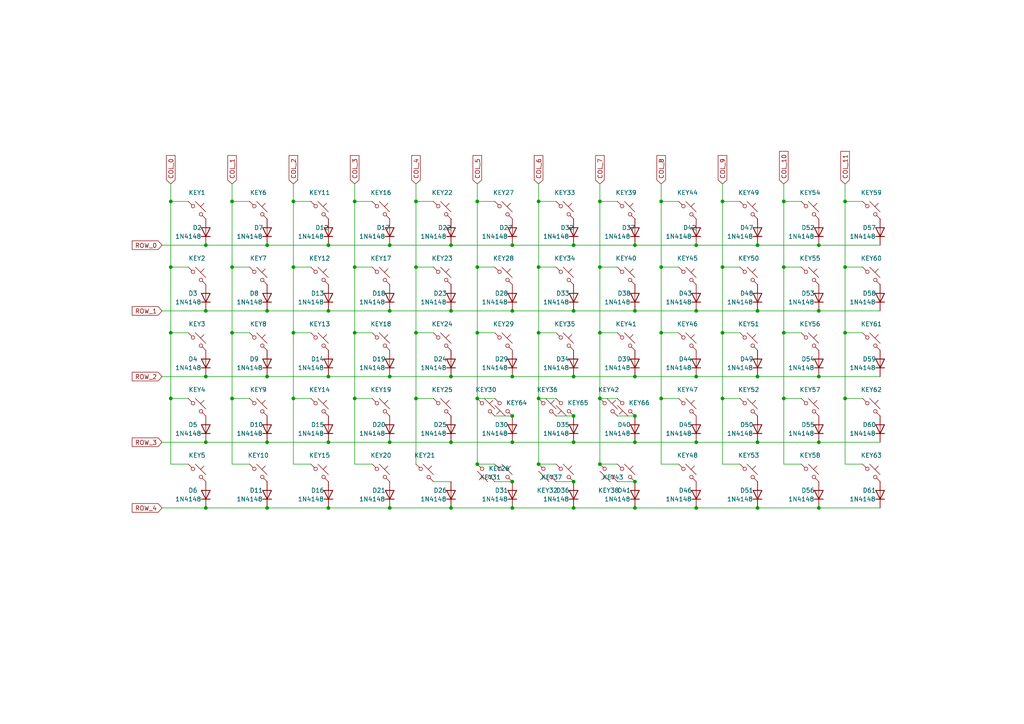
<source format=kicad_sch>
(kicad_sch (version 20250114) (generator "eeschema") (generator_version "9.0")
  (paper "A4")
  (junction (at 166.37 71.12))
  (junction (at 173.99 96.52))
  (junction (at 156.21 58.42))
  (junction (at 138.43 58.42))
  (junction (at 95.25 147.32))
  (junction (at 227.33 115.57))
  (junction (at 85.09 115.57))
  (junction (at 49.53 96.52))
  (junction (at 219.71 71.12))
  (junction (at 59.69 90.17))
  (junction (at 102.87 58.42))
  (junction (at 173.99 58.42))
  (junction (at 95.25 90.17))
  (junction (at 138.43 96.52))
  (junction (at 148.59 139.7))
  (junction (at 59.69 128.27))
  (junction (at 102.87 115.57))
  (junction (at 166.37 109.22))
  (junction (at 191.77 58.42))
  (junction (at 156.21 134.62))
  (junction (at 59.69 147.32))
  (junction (at 209.55 96.52))
  (junction (at 227.33 96.52))
  (junction (at 113.03 109.22))
  (junction (at 209.55 115.57))
  (junction (at 201.93 147.32))
  (junction (at 237.49 90.17))
  (junction (at 166.37 139.7))
  (junction (at 49.53 115.57))
  (junction (at 227.33 58.42))
  (junction (at 148.59 71.12))
  (junction (at 120.65 77.47))
  (junction (at 237.49 71.12))
  (junction (at 113.03 71.12))
  (junction (at 49.53 77.47))
  (junction (at 219.71 90.17))
  (junction (at 245.11 115.57))
  (junction (at 201.93 109.22))
  (junction (at 148.59 90.17))
  (junction (at 173.99 115.57))
  (junction (at 184.15 120.65))
  (junction (at 237.49 109.22))
  (junction (at 237.49 128.27))
  (junction (at 67.31 115.57))
  (junction (at 184.15 147.32))
  (junction (at 113.03 147.32))
  (junction (at 201.93 90.17))
  (junction (at 227.33 77.47))
  (junction (at 184.15 109.22))
  (junction (at 77.47 147.32))
  (junction (at 113.03 90.17))
  (junction (at 148.59 109.22))
  (junction (at 67.31 58.42))
  (junction (at 184.15 128.27))
  (junction (at 120.65 58.42))
  (junction (at 166.37 147.32))
  (junction (at 201.93 71.12))
  (junction (at 245.11 58.42))
  (junction (at 209.55 77.47))
  (junction (at 219.71 109.22))
  (junction (at 245.11 77.47))
  (junction (at 130.81 90.17))
  (junction (at 138.43 77.47))
  (junction (at 191.77 115.57))
  (junction (at 59.69 71.12))
  (junction (at 219.71 147.32))
  (junction (at 130.81 109.22))
  (junction (at 102.87 77.47))
  (junction (at 219.71 128.27))
  (junction (at 191.77 77.47))
  (junction (at 245.11 96.52))
  (junction (at 148.59 120.65))
  (junction (at 201.93 128.27))
  (junction (at 95.25 109.22))
  (junction (at 77.47 109.22))
  (junction (at 120.65 115.57))
  (junction (at 59.69 109.22))
  (junction (at 166.37 120.65))
  (junction (at 102.87 96.52))
  (junction (at 184.15 139.7))
  (junction (at 49.53 58.42))
  (junction (at 173.99 77.47))
  (junction (at 209.55 58.42))
  (junction (at 95.25 71.12))
  (junction (at 184.15 90.17))
  (junction (at 173.99 134.62))
  (junction (at 156.21 115.57))
  (junction (at 156.21 96.52))
  (junction (at 156.21 77.47))
  (junction (at 130.81 128.27))
  (junction (at 85.09 77.47))
  (junction (at 77.47 128.27))
  (junction (at 130.81 71.12))
  (junction (at 95.25 128.27))
  (junction (at 130.81 147.32))
  (junction (at 77.47 90.17))
  (junction (at 77.47 71.12))
  (junction (at 67.31 96.52))
  (junction (at 184.15 71.12))
  (junction (at 166.37 90.17))
  (junction (at 138.43 115.57))
  (junction (at 85.09 58.42))
  (junction (at 148.59 147.32))
  (junction (at 148.59 128.27))
  (junction (at 113.03 128.27))
  (junction (at 166.37 128.27))
  (junction (at 138.43 134.62))
  (junction (at 85.09 96.52))
  (junction (at 120.65 96.52))
  (junction (at 237.49 147.32))
  (junction (at 67.31 77.47))
  (junction (at 191.77 96.52))
  (wire (pts (xy 130.81 147.32) (xy 148.59 147.32)))
  (wire (pts (xy 179.07 120.65) (xy 184.15 120.65)))
  (wire (pts (xy 102.87 134.62) (xy 107.95 134.62)))
  (wire (pts (xy 191.77 115.57) (xy 191.77 134.62)))
  (wire (pts (xy 245.11 134.62) (xy 250.19 134.62)))
  (wire (pts (xy 49.53 134.62) (xy 54.61 134.62)))
  (wire (pts (xy 113.03 128.27) (xy 130.81 128.27)))
  (wire (pts (xy 245.11 115.57) (xy 250.19 115.57)))
  (wire (pts (xy 95.25 128.27) (xy 113.03 128.27)))
  (wire (pts (xy 209.55 53.34) (xy 209.55 58.42)))
  (wire (pts (xy 166.37 109.22) (xy 184.15 109.22)))
  (wire (pts (xy 227.33 58.42) (xy 227.33 77.47)))
  (wire (pts (xy 138.43 96.52) (xy 138.43 115.57)))
  (wire (pts (xy 245.11 77.47) (xy 250.19 77.47)))
  (wire (pts (xy 49.53 77.47) (xy 49.53 96.52)))
  (wire (pts (xy 156.21 134.62) (xy 161.29 134.62)))
  (wire (pts (xy 49.53 96.52) (xy 49.53 115.57)))
  (wire (pts (xy 59.69 71.12) (xy 77.47 71.12)))
  (wire (pts (xy 245.11 96.52) (xy 245.11 115.57)))
  (wire (pts (xy 209.55 77.47) (xy 209.55 96.52)))
  (wire (pts (xy 130.81 109.22) (xy 148.59 109.22)))
  (wire (pts (xy 209.55 115.57) (xy 209.55 134.62)))
  (wire (pts (xy 184.15 71.12) (xy 201.93 71.12)))
  (wire (pts (xy 102.87 96.52) (xy 107.95 96.52)))
  (wire (pts (xy 191.77 77.47) (xy 196.85 77.47)))
  (wire (pts (xy 201.93 109.22) (xy 219.71 109.22)))
  (wire (pts (xy 173.99 115.57) (xy 179.07 115.57)))
  (wire (pts (xy 113.03 90.17) (xy 130.81 90.17)))
  (wire (pts (xy 120.65 58.42) (xy 125.73 58.42)))
  (wire (pts (xy 120.65 115.57) (xy 125.73 115.57)))
  (wire (pts (xy 156.21 115.57) (xy 156.21 134.62)))
  (wire (pts (xy 113.03 109.22) (xy 130.81 109.22)))
  (wire (pts (xy 138.43 96.52) (xy 143.51 96.52)))
  (wire (pts (xy 138.43 77.47) (xy 138.43 96.52)))
  (wire (pts (xy 49.53 96.52) (xy 54.61 96.52)))
  (wire (pts (xy 138.43 77.47) (xy 143.51 77.47)))
  (wire (pts (xy 156.21 77.47) (xy 156.21 96.52)))
  (wire (pts (xy 184.15 128.27) (xy 201.93 128.27)))
  (wire (pts (xy 49.53 58.42) (xy 54.61 58.42)))
  (wire (pts (xy 237.49 71.12) (xy 255.27 71.12)))
  (wire (pts (xy 156.21 53.34) (xy 156.21 58.42)))
  (wire (pts (xy 102.87 115.57) (xy 102.87 134.62)))
  (wire (pts (xy 120.65 58.42) (xy 120.65 77.47)))
  (wire (pts (xy 227.33 134.62) (xy 232.41 134.62)))
  (wire (pts (xy 143.51 139.7) (xy 148.59 139.7)))
  (wire (pts (xy 46.99 90.17) (xy 59.69 90.17)))
  (wire (pts (xy 77.47 71.12) (xy 95.25 71.12)))
  (wire (pts (xy 77.47 128.27) (xy 95.25 128.27)))
  (wire (pts (xy 102.87 77.47) (xy 102.87 96.52)))
  (wire (pts (xy 85.09 115.57) (xy 85.09 134.62)))
  (wire (pts (xy 102.87 58.42) (xy 107.95 58.42)))
  (wire (pts (xy 173.99 115.57) (xy 173.99 134.62)))
  (wire (pts (xy 245.11 115.57) (xy 245.11 134.62)))
  (wire (pts (xy 209.55 77.47) (xy 214.63 77.47)))
  (wire (pts (xy 95.25 90.17) (xy 113.03 90.17)))
  (wire (pts (xy 49.53 115.57) (xy 54.61 115.57)))
  (wire (pts (xy 209.55 115.57) (xy 214.63 115.57)))
  (wire (pts (xy 156.21 77.47) (xy 161.29 77.47)))
  (wire (pts (xy 67.31 134.62) (xy 72.39 134.62)))
  (wire (pts (xy 85.09 53.34) (xy 85.09 58.42)))
  (wire (pts (xy 67.31 96.52) (xy 67.31 115.57)))
  (wire (pts (xy 184.15 147.32) (xy 201.93 147.32)))
  (wire (pts (xy 184.15 109.22) (xy 201.93 109.22)))
  (wire (pts (xy 143.51 120.65) (xy 148.59 120.65)))
  (wire (pts (xy 49.53 53.34) (xy 49.53 58.42)))
  (wire (pts (xy 59.69 128.27) (xy 77.47 128.27)))
  (wire (pts (xy 138.43 115.57) (xy 143.51 115.57)))
  (wire (pts (xy 130.81 90.17) (xy 148.59 90.17)))
  (wire (pts (xy 85.09 58.42) (xy 90.17 58.42)))
  (wire (pts (xy 113.03 147.32) (xy 130.81 147.32)))
  (wire (pts (xy 173.99 77.47) (xy 179.07 77.47)))
  (wire (pts (xy 237.49 90.17) (xy 255.27 90.17)))
  (wire (pts (xy 219.71 147.32) (xy 237.49 147.32)))
  (wire (pts (xy 59.69 90.17) (xy 77.47 90.17)))
  (wire (pts (xy 138.43 58.42) (xy 138.43 77.47)))
  (wire (pts (xy 148.59 109.22) (xy 166.37 109.22)))
  (wire (pts (xy 67.31 58.42) (xy 72.39 58.42)))
  (wire (pts (xy 138.43 134.62) (xy 143.51 134.62)))
  (wire (pts (xy 209.55 96.52) (xy 209.55 115.57)))
  (wire (pts (xy 77.47 109.22) (xy 95.25 109.22)))
  (wire (pts (xy 67.31 58.42) (xy 67.31 77.47)))
  (wire (pts (xy 85.09 77.47) (xy 90.17 77.47)))
  (wire (pts (xy 209.55 58.42) (xy 214.63 58.42)))
  (wire (pts (xy 102.87 115.57) (xy 107.95 115.57)))
  (wire (pts (xy 120.65 77.47) (xy 120.65 96.52)))
  (wire (pts (xy 191.77 115.57) (xy 196.85 115.57)))
  (wire (pts (xy 49.53 58.42) (xy 49.53 77.47)))
  (wire (pts (xy 227.33 77.47) (xy 232.41 77.47)))
  (wire (pts (xy 191.77 58.42) (xy 191.77 77.47)))
  (wire (pts (xy 227.33 115.57) (xy 232.41 115.57)))
  (wire (pts (xy 191.77 58.42) (xy 196.85 58.42)))
  (wire (pts (xy 245.11 53.34) (xy 245.11 58.42)))
  (wire (pts (xy 46.99 109.22) (xy 59.69 109.22)))
  (wire (pts (xy 67.31 77.47) (xy 67.31 96.52)))
  (wire (pts (xy 130.81 71.12) (xy 148.59 71.12)))
  (wire (pts (xy 125.73 139.7) (xy 130.81 139.7)))
  (wire (pts (xy 120.65 53.34) (xy 120.65 58.42)))
  (wire (pts (xy 227.33 58.42) (xy 232.41 58.42)))
  (wire (pts (xy 245.11 58.42) (xy 250.19 58.42)))
  (wire (pts (xy 166.37 71.12) (xy 184.15 71.12)))
  (wire (pts (xy 227.33 53.34) (xy 227.33 58.42)))
  (wire (pts (xy 227.33 77.47) (xy 227.33 96.52)))
  (wire (pts (xy 161.29 139.7) (xy 166.37 139.7)))
  (wire (pts (xy 245.11 58.42) (xy 245.11 77.47)))
  (wire (pts (xy 173.99 96.52) (xy 173.99 115.57)))
  (wire (pts (xy 201.93 90.17) (xy 219.71 90.17)))
  (wire (pts (xy 138.43 115.57) (xy 138.43 134.62)))
  (wire (pts (xy 173.99 58.42) (xy 179.07 58.42)))
  (wire (pts (xy 227.33 96.52) (xy 232.41 96.52)))
  (wire (pts (xy 209.55 58.42) (xy 209.55 77.47)))
  (wire (pts (xy 85.09 96.52) (xy 90.17 96.52)))
  (wire (pts (xy 148.59 147.32) (xy 166.37 147.32)))
  (wire (pts (xy 219.71 109.22) (xy 237.49 109.22)))
  (wire (pts (xy 67.31 115.57) (xy 72.39 115.57)))
  (wire (pts (xy 173.99 53.34) (xy 173.99 58.42)))
  (wire (pts (xy 219.71 90.17) (xy 237.49 90.17)))
  (wire (pts (xy 102.87 53.34) (xy 102.87 58.42)))
  (wire (pts (xy 67.31 96.52) (xy 72.39 96.52)))
  (wire (pts (xy 120.65 77.47) (xy 125.73 77.47)))
  (wire (pts (xy 95.25 109.22) (xy 113.03 109.22)))
  (wire (pts (xy 191.77 77.47) (xy 191.77 96.52)))
  (wire (pts (xy 59.69 147.32) (xy 77.47 147.32)))
  (wire (pts (xy 67.31 115.57) (xy 67.31 134.62)))
  (wire (pts (xy 166.37 147.32) (xy 184.15 147.32)))
  (wire (pts (xy 201.93 147.32) (xy 219.71 147.32)))
  (wire (pts (xy 161.29 120.65) (xy 166.37 120.65)))
  (wire (pts (xy 49.53 77.47) (xy 54.61 77.47)))
  (wire (pts (xy 95.25 71.12) (xy 113.03 71.12)))
  (wire (pts (xy 148.59 71.12) (xy 166.37 71.12)))
  (wire (pts (xy 59.69 109.22) (xy 77.47 109.22)))
  (wire (pts (xy 156.21 58.42) (xy 161.29 58.42)))
  (wire (pts (xy 191.77 53.34) (xy 191.77 58.42)))
  (wire (pts (xy 67.31 53.34) (xy 67.31 58.42)))
  (wire (pts (xy 184.15 90.17) (xy 201.93 90.17)))
  (wire (pts (xy 173.99 58.42) (xy 173.99 77.47)))
  (wire (pts (xy 120.65 96.52) (xy 120.65 115.57)))
  (wire (pts (xy 201.93 128.27) (xy 219.71 128.27)))
  (wire (pts (xy 156.21 96.52) (xy 161.29 96.52)))
  (wire (pts (xy 245.11 77.47) (xy 245.11 96.52)))
  (wire (pts (xy 166.37 90.17) (xy 184.15 90.17)))
  (wire (pts (xy 77.47 90.17) (xy 95.25 90.17)))
  (wire (pts (xy 113.03 71.12) (xy 130.81 71.12)))
  (wire (pts (xy 120.65 115.57) (xy 120.65 134.62)))
  (wire (pts (xy 219.71 71.12) (xy 237.49 71.12)))
  (wire (pts (xy 85.09 58.42) (xy 85.09 77.47)))
  (wire (pts (xy 85.09 96.52) (xy 85.09 115.57)))
  (wire (pts (xy 191.77 96.52) (xy 191.77 115.57)))
  (wire (pts (xy 46.99 147.32) (xy 59.69 147.32)))
  (wire (pts (xy 85.09 115.57) (xy 90.17 115.57)))
  (wire (pts (xy 49.53 115.57) (xy 49.53 134.62)))
  (wire (pts (xy 237.49 147.32) (xy 255.27 147.32)))
  (wire (pts (xy 130.81 128.27) (xy 148.59 128.27)))
  (wire (pts (xy 148.59 90.17) (xy 166.37 90.17)))
  (wire (pts (xy 102.87 96.52) (xy 102.87 115.57)))
  (wire (pts (xy 191.77 96.52) (xy 196.85 96.52)))
  (wire (pts (xy 209.55 96.52) (xy 214.63 96.52)))
  (wire (pts (xy 77.47 147.32) (xy 95.25 147.32)))
  (wire (pts (xy 227.33 96.52) (xy 227.33 115.57)))
  (wire (pts (xy 191.77 134.62) (xy 196.85 134.62)))
  (wire (pts (xy 138.43 53.34) (xy 138.43 58.42)))
  (wire (pts (xy 85.09 134.62) (xy 90.17 134.62)))
  (wire (pts (xy 138.43 58.42) (xy 143.51 58.42)))
  (wire (pts (xy 209.55 134.62) (xy 214.63 134.62)))
  (wire (pts (xy 201.93 71.12) (xy 219.71 71.12)))
  (wire (pts (xy 156.21 58.42) (xy 156.21 77.47)))
  (wire (pts (xy 219.71 128.27) (xy 237.49 128.27)))
  (wire (pts (xy 166.37 128.27) (xy 184.15 128.27)))
  (wire (pts (xy 85.09 77.47) (xy 85.09 96.52)))
  (wire (pts (xy 179.07 139.7) (xy 184.15 139.7)))
  (wire (pts (xy 173.99 134.62) (xy 179.07 134.62)))
  (wire (pts (xy 237.49 128.27) (xy 255.27 128.27)))
  (wire (pts (xy 148.59 128.27) (xy 166.37 128.27)))
  (wire (pts (xy 102.87 58.42) (xy 102.87 77.47)))
  (wire (pts (xy 237.49 109.22) (xy 255.27 109.22)))
  (wire (pts (xy 95.25 147.32) (xy 113.03 147.32)))
  (wire (pts (xy 120.65 96.52) (xy 125.73 96.52)))
  (wire (pts (xy 46.99 71.12) (xy 59.69 71.12)))
  (wire (pts (xy 156.21 115.57) (xy 161.29 115.57)))
  (wire (pts (xy 156.21 96.52) (xy 156.21 115.57)))
  (wire (pts (xy 46.99 128.27) (xy 59.69 128.27)))
  (wire (pts (xy 173.99 96.52) (xy 179.07 96.52)))
  (wire (pts (xy 227.33 115.57) (xy 227.33 134.62)))
  (wire (pts (xy 67.31 77.47) (xy 72.39 77.47)))
  (wire (pts (xy 102.87 77.47) (xy 107.95 77.47)))
  (wire (pts (xy 173.99 77.47) (xy 173.99 96.52)))
  (wire (pts (xy 245.11 96.52) (xy 250.19 96.52)))
  (global_label "COL_8" (shape input) (at 191.77 53.34 90) (property "Intersheetrefs" "${INTERSHEET_REFS}" (effects (hide yes))))
  (global_label "COL_3" (shape input) (at 102.87 53.34 90) (property "Intersheetrefs" "${INTERSHEET_REFS}" (effects (hide yes))))
  (global_label "COL_9" (shape input) (at 209.55 53.34 90) (property "Intersheetrefs" "${INTERSHEET_REFS}" (effects (hide yes))))
  (global_label "COL_2" (shape input) (at 85.09 53.34 90) (property "Intersheetrefs" "${INTERSHEET_REFS}" (effects (hide yes))))
  (global_label "COL_5" (shape input) (at 138.43 53.34 90) (property "Intersheetrefs" "${INTERSHEET_REFS}" (effects (hide yes))))
  (global_label "ROW_4" (shape input) (at 46.99 147.32 180) (property "Intersheetrefs" "${INTERSHEET_REFS}" (effects (hide yes))))
  (global_label "COL_4" (shape input) (at 120.65 53.34 90) (property "Intersheetrefs" "${INTERSHEET_REFS}" (effects (hide yes))))
  (global_label "COL_10" (shape input) (at 227.33 53.34 90) (property "Intersheetrefs" "${INTERSHEET_REFS}" (effects (hide yes))))
  (global_label "COL_7" (shape input) (at 173.99 53.34 90) (property "Intersheetrefs" "${INTERSHEET_REFS}" (effects (hide yes))))
  (global_label "ROW_2" (shape input) (at 46.99 109.22 180) (property "Intersheetrefs" "${INTERSHEET_REFS}" (effects (hide yes))))
  (global_label "COL_0" (shape input) (at 49.53 53.34 90) (property "Intersheetrefs" "${INTERSHEET_REFS}" (effects (hide yes))))
  (global_label "ROW_0" (shape input) (at 46.99 71.12 180) (property "Intersheetrefs" "${INTERSHEET_REFS}" (effects (hide yes))))
  (global_label "COL_6" (shape input) (at 156.21 53.34 90) (property "Intersheetrefs" "${INTERSHEET_REFS}" (effects (hide yes))))
  (global_label "ROW_3" (shape input) (at 46.99 128.27 180) (property "Intersheetrefs" "${INTERSHEET_REFS}" (effects (hide yes))))
  (global_label "ROW_1" (shape input) (at 46.99 90.17 180) (property "Intersheetrefs" "${INTERSHEET_REFS}" (effects (hide yes))))
  (global_label "COL_11" (shape input) (at 245.11 53.34 90) (property "Intersheetrefs" "${INTERSHEET_REFS}" (effects (hide yes))))
  (global_label "COL_1" (shape input) (at 67.31 53.34 90) (property "Intersheetrefs" "${INTERSHEET_REFS}" (effects (hide yes))))
  (symbol (lib_id "Diode:1N4148") (at 77.47 105.41 90) (unit 1)
    (property "Reference" "D9" (at 72.39 104.14 90) (effects (justify right)))
    (property "Value" "1N4148" (at 68.58 106.68 90) (effects (justify right)))
    (property "Footprint" "Diode_SMD:D_SOD-123" (effects (hide yes)))
    (property "Datasheet" "https://assets.nexperia.com/documents/data-sheet/1N4148_1N4448.pdf" (effects (hide yes)))
    (property "LCSC" "C81598" (effects (hide yes)))
    (property "MFR. Part #" "1N4148W" (effects (hide yes)))
  )
  (symbol (lib_id "Diode:1N4148") (at 130.81 143.51 90) (unit 1)
    (property "Reference" "D26" (at 125.73 142.24 90) (effects (justify right)))
    (property "Value" "1N4148" (at 121.92 144.78 90) (effects (justify right)))
    (property "Footprint" "Diode_SMD:D_SOD-123" (effects (hide yes)))
    (property "Datasheet" "https://assets.nexperia.com/documents/data-sheet/1N4148_1N4448.pdf" (effects (hide yes)))
    (property "LCSC" "C81598" (effects (hide yes)))
    (property "MFR. Part #" "1N4148W" (effects (hide yes)))
  )
  (symbol (lib_id "Switch:SW_Push_45deg") (at 128.27 80.01 0) (unit 1)
    (property "Reference" "KEY23" (at 128.27 74.93 0))
    (property "Value" "SW_Push_45deg" (effects (hide yes)))
    (property "Footprint" "key-switches:SW_Kailh_Choc_V1_THT_nSilk" (effects (hide yes)))
  )
  (symbol (lib_id "Diode:1N4148") (at 77.47 67.31 90) (unit 1)
    (property "Reference" "D7" (at 73.66 66.04 90) (effects (justify right)))
    (property "Value" "1N4148" (at 68.58 68.58 90) (effects (justify right)))
    (property "Footprint" "Diode_SMD:D_SOD-123" (effects (hide yes)))
    (property "Datasheet" "https://assets.nexperia.com/documents/data-sheet/1N4148_1N4448.pdf" (effects (hide yes)))
    (property "LCSC" "C81598" (effects (hide yes)))
    (property "MFR. Part #" "1N4148W" (effects (hide yes)))
  )
  (symbol (lib_id "Diode:1N4148") (at 201.93 124.46 90) (unit 1)
    (property "Reference" "D45" (at 196.85 123.19 90) (effects (justify right)))
    (property "Value" "1N4148" (at 193.04 125.73 90) (effects (justify right)))
    (property "Footprint" "Diode_SMD:D_SOD-123" (effects (hide yes)))
    (property "Datasheet" "https://assets.nexperia.com/documents/data-sheet/1N4148_1N4448.pdf" (effects (hide yes)))
    (property "LCSC" "C81598" (effects (hide yes)))
    (property "MFR. Part #" "1N4148W" (effects (hide yes)))
  )
  (symbol (lib_id "Switch:SW_Push_45deg") (at 146.05 80.01 0) (unit 1)
    (property "Reference" "KEY28" (at 146.05 74.93 0))
    (property "Value" "SW_Push_45deg" (effects (hide yes)))
    (property "Footprint" "key-switches:SW_Kailh_Choc_V1_THT_nSilk" (effects (hide yes)))
  )
  (symbol (lib_id "Switch:SW_Push_45deg") (at 199.39 80.01 0) (unit 1)
    (property "Reference" "KEY45" (at 199.39 74.93 0))
    (property "Value" "SW_Push_45deg" (effects (hide yes)))
    (property "Footprint" "key-switches:SW_Kailh_Choc_V1_THT_nSilk" (effects (hide yes)))
  )
  (symbol (lib_id "Switch:SW_Push_45deg") (at 146.05 118.11 180) (unit 1)
    (property "Reference" "KEY64" (at 149.86 116.84 0))
    (property "Value" "SW_Push_45deg" (effects (hide yes)))
    (property "Footprint" "key-switches:SW_Kailh_Choc_V1_THT_nSilk" (effects (hide yes)))
  )
  (symbol (lib_id "Switch:SW_Push_45deg") (at 181.61 118.11 180) (unit 1)
    (property "Reference" "KEY66" (at 185.42 116.84 0))
    (property "Value" "SW_Push_45deg" (effects (hide yes)))
    (property "Footprint" "key-switches:SW_Kailh_Choc_V1_THT_nSilk" (effects (hide yes)))
  )
  (symbol (lib_id "Diode:1N4148") (at 237.49 143.51 90) (unit 1)
    (property "Reference" "D56" (at 232.41 142.24 90) (effects (justify right)))
    (property "Value" "1N4148" (at 228.6 144.78 90) (effects (justify right)))
    (property "Footprint" "Diode_SMD:D_SOD-123" (effects (hide yes)))
    (property "Datasheet" "https://assets.nexperia.com/documents/data-sheet/1N4148_1N4448.pdf" (effects (hide yes)))
    (property "LCSC" "C81598" (effects (hide yes)))
    (property "MFR. Part #" "1N4148W" (effects (hide yes)))
  )
  (symbol (lib_id "Switch:SW_Push_45deg") (at 146.05 137.16 0) (unit 1)
    (property "Reference" "KEY31" (at 142.24 138.43 0))
    (property "Value" "SW_Push_45deg" (effects (hide yes)))
    (property "Footprint" "key-switches:SW_Kailh_Choc_V1_THT_nSilk" (effects (hide yes)))
  )
  (symbol (lib_id "Diode:1N4148") (at 237.49 86.36 90) (unit 1)
    (property "Reference" "D53" (at 232.41 85.09 90) (effects (justify right)))
    (property "Value" "1N4148" (at 228.6 87.63 90) (effects (justify right)))
    (property "Footprint" "Diode_SMD:D_SOD-123" (effects (hide yes)))
    (property "Datasheet" "https://assets.nexperia.com/documents/data-sheet/1N4148_1N4448.pdf" (effects (hide yes)))
    (property "LCSC" "C81598" (effects (hide yes)))
    (property "MFR. Part #" "1N4148W" (effects (hide yes)))
  )
  (symbol (lib_id "Diode:1N4148") (at 113.03 124.46 90) (unit 1)
    (property "Reference" "D20" (at 107.95 123.19 90) (effects (justify right)))
    (property "Value" "1N4148" (at 104.14 125.73 90) (effects (justify right)))
    (property "Footprint" "Diode_SMD:D_SOD-123" (effects (hide yes)))
    (property "Datasheet" "https://assets.nexperia.com/documents/data-sheet/1N4148_1N4448.pdf" (effects (hide yes)))
    (property "LCSC" "C81598" (effects (hide yes)))
    (property "MFR. Part #" "1N4148W" (effects (hide yes)))
  )
  (symbol (lib_id "Diode:1N4148") (at 130.81 124.46 90) (unit 1)
    (property "Reference" "D25" (at 125.73 123.19 90) (effects (justify right)))
    (property "Value" "1N4148" (at 121.92 125.73 90) (effects (justify right)))
    (property "Footprint" "Diode_SMD:D_SOD-123" (effects (hide yes)))
    (property "Datasheet" "https://assets.nexperia.com/documents/data-sheet/1N4148_1N4448.pdf" (effects (hide yes)))
    (property "LCSC" "C81598" (effects (hide yes)))
    (property "MFR. Part #" "1N4148W" (effects (hide yes)))
  )
  (symbol (lib_id "Switch:SW_Push_45deg") (at 163.83 137.16 0) (unit 1)
    (property "Reference" "KEY37" (at 160.02 138.43 0))
    (property "Value" "SW_Push_45deg" (effects (hide yes)))
    (property "Footprint" "key-switches:SW_Kailh_Choc_V1_THT_nSilk" (effects (hide yes)))
  )
  (symbol (lib_id "Switch:SW_Push_45deg") (at 92.71 99.06 0) (unit 1)
    (property "Reference" "KEY13" (at 92.71 93.98 0))
    (property "Value" "SW_Push_45deg" (effects (hide yes)))
    (property "Footprint" "key-switches:SW_Kailh_Choc_V1_THT_nSilk" (effects (hide yes)))
  )
  (symbol (lib_id "Switch:SW_Push_45deg") (at 110.49 118.11 0) (unit 1)
    (property "Reference" "KEY19" (at 110.49 113.03 0))
    (property "Value" "SW_Push_45deg" (effects (hide yes)))
    (property "Footprint" "key-switches:SW_Kailh_Choc_V1_THT_nSilk" (effects (hide yes)))
  )
  (symbol (lib_id "Diode:1N4148") (at 113.03 86.36 90) (unit 1)
    (property "Reference" "D18" (at 107.95 85.09 90) (effects (justify right)))
    (property "Value" "1N4148" (at 104.14 87.63 90) (effects (justify right)))
    (property "Footprint" "Diode_SMD:D_SOD-123" (effects (hide yes)))
    (property "Datasheet" "https://assets.nexperia.com/documents/data-sheet/1N4148_1N4448.pdf" (effects (hide yes)))
    (property "LCSC" "C81598" (effects (hide yes)))
    (property "MFR. Part #" "1N4148W" (effects (hide yes)))
  )
  (symbol (lib_id "Diode:1N4148") (at 184.15 86.36 90) (unit 1)
    (property "Reference" "D38" (at 179.07 85.09 90) (effects (justify right)))
    (property "Value" "1N4148" (at 175.26 87.63 90) (effects (justify right)))
    (property "Footprint" "Diode_SMD:D_SOD-123" (effects (hide yes)))
    (property "Datasheet" "https://assets.nexperia.com/documents/data-sheet/1N4148_1N4448.pdf" (effects (hide yes)))
    (property "LCSC" "C81598" (effects (hide yes)))
    (property "MFR. Part #" "1N4148W" (effects (hide yes)))
  )
  (symbol (lib_id "Switch:SW_Push_45deg") (at 57.15 80.01 0) (unit 1)
    (property "Reference" "KEY2" (at 57.15 74.93 0))
    (property "Value" "SW_Push_45deg" (effects (hide yes)))
    (property "Footprint" "key-switches:SW_Kailh_Choc_V1_THT_nSilk" (effects (hide yes)))
  )
  (symbol (lib_id "Switch:SW_Push_45deg") (at 92.71 137.16 0) (unit 1)
    (property "Reference" "KEY15" (at 92.71 132.08 0))
    (property "Value" "SW_Push_45deg" (effects (hide yes)))
    (property "Footprint" "key-switches:SW_Kailh_Choc_V1_THT_nSilk" (effects (hide yes)))
  )
  (symbol (lib_id "Diode:1N4148") (at 148.59 86.36 90) (unit 1)
    (property "Reference" "D28" (at 143.51 85.09 90) (effects (justify right)))
    (property "Value" "1N4148" (at 139.7 87.63 90) (effects (justify right)))
    (property "Footprint" "Diode_SMD:D_SOD-123" (effects (hide yes)))
    (property "Datasheet" "https://assets.nexperia.com/documents/data-sheet/1N4148_1N4448.pdf" (effects (hide yes)))
    (property "LCSC" "C81598" (effects (hide yes)))
    (property "MFR. Part #" "1N4148W" (effects (hide yes)))
  )
  (symbol (lib_id "Switch:SW_Push_45deg") (at 234.95 118.11 0) (unit 1)
    (property "Reference" "KEY57" (at 234.95 113.03 0))
    (property "Value" "SW_Push_45deg" (effects (hide yes)))
    (property "Footprint" "key-switches:SW_Kailh_Choc_V1_THT_nSilk" (effects (hide yes)))
  )
  (symbol (lib_id "Switch:SW_Push_45deg") (at 199.39 118.11 0) (unit 1)
    (property "Reference" "KEY47" (at 199.39 113.03 0))
    (property "Value" "SW_Push_45deg" (effects (hide yes)))
    (property "Footprint" "key-switches:SW_Kailh_Choc_V1_THT_nSilk" (effects (hide yes)))
  )
  (symbol (lib_id "Diode:1N4148") (at 237.49 67.31 90) (unit 1)
    (property "Reference" "D52" (at 232.41 66.04 90) (effects (justify right)))
    (property "Value" "1N4148" (at 228.6 68.58 90) (effects (justify right)))
    (property "Footprint" "Diode_SMD:D_SOD-123" (effects (hide yes)))
    (property "Datasheet" "https://assets.nexperia.com/documents/data-sheet/1N4148_1N4448.pdf" (effects (hide yes)))
    (property "LCSC" "C81598" (effects (hide yes)))
    (property "MFR. Part #" "1N4148W" (effects (hide yes)))
  )
  (symbol (lib_id "Diode:1N4148") (at 219.71 124.46 90) (unit 1)
    (property "Reference" "D50" (at 214.63 123.19 90) (effects (justify right)))
    (property "Value" "1N4148" (at 210.82 125.73 90) (effects (justify right)))
    (property "Footprint" "Diode_SMD:D_SOD-123" (effects (hide yes)))
    (property "Datasheet" "https://assets.nexperia.com/documents/data-sheet/1N4148_1N4448.pdf" (effects (hide yes)))
    (property "LCSC" "C81598" (effects (hide yes)))
    (property "MFR. Part #" "1N4148W" (effects (hide yes)))
  )
  (symbol (lib_id "Switch:SW_Push_45deg") (at 217.17 118.11 0) (unit 1)
    (property "Reference" "KEY52" (at 217.17 113.03 0))
    (property "Value" "SW_Push_45deg" (effects (hide yes)))
    (property "Footprint" "key-switches:SW_Kailh_Choc_V1_THT_nSilk" (effects (hide yes)))
  )
  (symbol (lib_id "Switch:SW_Push_45deg") (at 199.39 99.06 0) (unit 1)
    (property "Reference" "KEY46" (at 199.39 93.98 0))
    (property "Value" "SW_Push_45deg" (effects (hide yes)))
    (property "Footprint" "key-switches:SW_Kailh_Choc_V1_THT_nSilk" (effects (hide yes)))
  )
  (symbol (lib_id "Switch:SW_Push_45deg") (at 199.39 137.16 0) (unit 1)
    (property "Reference" "KEY48" (at 199.39 132.08 0))
    (property "Value" "SW_Push_45deg" (effects (hide yes)))
    (property "Footprint" "key-switches:SW_Kailh_Choc_V1_THT_nSilk" (effects (hide yes)))
  )
  (symbol (lib_id "Switch:SW_Push_45deg") (at 146.05 60.96 0) (unit 1)
    (property "Reference" "KEY27" (at 146.05 55.88 0))
    (property "Value" "SW_Push_45deg" (effects (hide yes)))
    (property "Footprint" "key-switches:SW_Kailh_Choc_V1_THT_nSilk" (effects (hide yes)))
  )
  (symbol (lib_id "Switch:SW_Push_45deg") (at 181.61 80.01 0) (unit 1)
    (property "Reference" "KEY40" (at 181.61 74.93 0))
    (property "Value" "SW_Push_45deg" (effects (hide yes)))
    (property "Footprint" "key-switches:SW_Kailh_Choc_V1_THT_nSilk" (effects (hide yes)))
  )
  (symbol (lib_id "Diode:1N4148") (at 184.15 143.51 90) (unit 1)
    (property "Reference" "D41" (at 179.07 142.24 90) (effects (justify right)))
    (property "Value" "1N4148" (at 175.26 144.78 90) (effects (justify right)))
    (property "Footprint" "Diode_SMD:D_SOD-123" (effects (hide yes)))
    (property "Datasheet" "https://assets.nexperia.com/documents/data-sheet/1N4148_1N4448.pdf" (effects (hide yes)))
    (property "LCSC" "C81598" (effects (hide yes)))
    (property "MFR. Part #" "1N4148W" (effects (hide yes)))
  )
  (symbol (lib_id "Switch:SW_Push_45deg") (at 234.95 80.01 0) (unit 1)
    (property "Reference" "KEY55" (at 234.95 74.93 0))
    (property "Value" "SW_Push_45deg" (effects (hide yes)))
    (property "Footprint" "key-switches:SW_Kailh_Choc_V1_THT_nSilk" (effects (hide yes)))
  )
  (symbol (lib_id "Diode:1N4148") (at 130.81 105.41 90) (unit 1)
    (property "Reference" "D24" (at 125.73 104.14 90) (effects (justify right)))
    (property "Value" "1N4148" (at 121.92 106.68 90) (effects (justify right)))
    (property "Footprint" "Diode_SMD:D_SOD-123" (effects (hide yes)))
    (property "Datasheet" "https://assets.nexperia.com/documents/data-sheet/1N4148_1N4448.pdf" (effects (hide yes)))
    (property "LCSC" "C81598" (effects (hide yes)))
    (property "MFR. Part #" "1N4148W" (effects (hide yes)))
  )
  (symbol (lib_id "Diode:1N4148") (at 255.27 143.51 90) (unit 1)
    (property "Reference" "D61" (at 250.19 142.24 90) (effects (justify right)))
    (property "Value" "1N4148" (at 246.38 144.78 90) (effects (justify right)))
    (property "Footprint" "Diode_SMD:D_SOD-123" (effects (hide yes)))
    (property "Datasheet" "https://assets.nexperia.com/documents/data-sheet/1N4148_1N4448.pdf" (effects (hide yes)))
    (property "LCSC" "C81598" (effects (hide yes)))
    (property "MFR. Part #" "1N4148W" (effects (hide yes)))
  )
  (symbol (lib_id "Diode:1N4148") (at 130.81 86.36 90) (unit 1)
    (property "Reference" "D23" (at 125.73 85.09 90) (effects (justify right)))
    (property "Value" "1N4148" (at 121.92 87.63 90) (effects (justify right)))
    (property "Footprint" "Diode_SMD:D_SOD-123" (effects (hide yes)))
    (property "Datasheet" "https://assets.nexperia.com/documents/data-sheet/1N4148_1N4448.pdf" (effects (hide yes)))
    (property "LCSC" "C81598" (effects (hide yes)))
    (property "MFR. Part #" "1N4148W" (effects (hide yes)))
  )
  (symbol (lib_id "Switch:SW_Push_45deg") (at 199.39 60.96 0) (unit 1)
    (property "Reference" "KEY44" (at 199.39 55.88 0))
    (property "Value" "SW_Push_45deg" (effects (hide yes)))
    (property "Footprint" "key-switches:SW_Kailh_Choc_V1_THT_nSilk" (effects (hide yes)))
  )
  (symbol (lib_id "Switch:SW_Push_45deg") (at 252.73 118.11 0) (unit 1)
    (property "Reference" "KEY62" (at 252.73 113.03 0))
    (property "Value" "SW_Push_45deg" (effects (hide yes)))
    (property "Footprint" "key-switches:SW_Kailh_Choc_V1_THT_nSilk" (effects (hide yes)))
  )
  (symbol (lib_id "Diode:1N4148") (at 255.27 86.36 90) (unit 1)
    (property "Reference" "D58" (at 250.19 85.09 90) (effects (justify right)))
    (property "Value" "1N4148" (at 246.38 87.63 90) (effects (justify right)))
    (property "Footprint" "Diode_SMD:D_SOD-123" (effects (hide yes)))
    (property "Datasheet" "https://assets.nexperia.com/documents/data-sheet/1N4148_1N4448.pdf" (effects (hide yes)))
    (property "LCSC" "C81598" (effects (hide yes)))
    (property "MFR. Part #" "1N4148W" (effects (hide yes)))
  )
  (symbol (lib_id "Diode:1N4148") (at 166.37 143.51 90) (unit 1)
    (property "Reference" "D36" (at 161.29 142.24 90) (effects (justify right)))
    (property "Value" "1N4148" (at 157.48 144.78 90) (effects (justify right)))
    (property "Footprint" "Diode_SMD:D_SOD-123" (effects (hide yes)))
    (property "Datasheet" "https://assets.nexperia.com/documents/data-sheet/1N4148_1N4448.pdf" (effects (hide yes)))
    (property "LCSC" "C81598" (effects (hide yes)))
    (property "MFR. Part #" "1N4148W" (effects (hide yes)))
  )
  (symbol (lib_id "Diode:1N4148") (at 148.59 124.46 90) (unit 1)
    (property "Reference" "D30" (at 143.51 123.19 90) (effects (justify right)))
    (property "Value" "1N4148" (at 139.7 125.73 90) (effects (justify right)))
    (property "Footprint" "Diode_SMD:D_SOD-123" (effects (hide yes)))
    (property "Datasheet" "https://assets.nexperia.com/documents/data-sheet/1N4148_1N4448.pdf" (effects (hide yes)))
    (property "LCSC" "C81598" (effects (hide yes)))
    (property "MFR. Part #" "1N4148W" (effects (hide yes)))
  )
  (symbol (lib_id "Switch:SW_Push_45deg") (at 128.27 118.11 0) (unit 1)
    (property "Reference" "KEY25" (at 128.27 113.03 0))
    (property "Value" "SW_Push_45deg" (effects (hide yes)))
    (property "Footprint" "key-switches:SW_Kailh_Choc_V1_THT_nSilk" (effects (hide yes)))
  )
  (symbol (lib_id "Switch:SW_Push_45deg") (at 217.17 80.01 0) (unit 1)
    (property "Reference" "KEY50" (at 217.17 74.93 0))
    (property "Value" "SW_Push_45deg" (effects (hide yes)))
    (property "Footprint" "key-switches:SW_Kailh_Choc_V1_THT_nSilk" (effects (hide yes)))
  )
  (symbol (lib_id "Switch:SW_Push_45deg") (at 158.75 137.16 180) (unit 1)
    (property "Reference" "KEY32" (at 158.75 142.24 0))
    (property "Value" "SW_Push_45deg" (effects (hide yes)))
    (property "Footprint" "key-switches:SW_Kailh_Choc_V1_THT_nSilk" (effects (hide yes)))
  )
  (symbol (lib_id "Switch:SW_Push_45deg") (at 74.93 99.06 0) (unit 1)
    (property "Reference" "KEY8" (at 74.93 93.98 0))
    (property "Value" "SW_Push_45deg" (effects (hide yes)))
    (property "Footprint" "key-switches:SW_Kailh_Choc_V1_THT_nSilk" (effects (hide yes)))
  )
  (symbol (lib_id "Switch:SW_Push_45deg") (at 176.53 118.11 0) (unit 1)
    (property "Reference" "KEY42" (at 176.53 113.03 0))
    (property "Value" "SW_Push_45deg" (effects (hide yes)))
    (property "Footprint" "key-switches:SW_Kailh_Choc_V1_THT_nSilk" (effects (hide yes)))
  )
  (symbol (lib_id "Diode:1N4148") (at 77.47 86.36 90) (unit 1)
    (property "Reference" "D8" (at 72.39 85.09 90) (effects (justify right)))
    (property "Value" "1N4148" (at 68.58 87.63 90) (effects (justify right)))
    (property "Footprint" "Diode_SMD:D_SOD-123" (effects (hide yes)))
    (property "Datasheet" "https://assets.nexperia.com/documents/data-sheet/1N4148_1N4448.pdf" (effects (hide yes)))
    (property "LCSC" "C81598" (effects (hide yes)))
    (property "MFR. Part #" "1N4148W" (effects (hide yes)))
  )
  (symbol (lib_id "Diode:1N4148") (at 166.37 86.36 90) (unit 1)
    (property "Reference" "D33" (at 161.29 85.09 90) (effects (justify right)))
    (property "Value" "1N4148" (at 157.48 87.63 90) (effects (justify right)))
    (property "Footprint" "Diode_SMD:D_SOD-123" (effects (hide yes)))
    (property "Datasheet" "https://assets.nexperia.com/documents/data-sheet/1N4148_1N4448.pdf" (effects (hide yes)))
    (property "LCSC" "C81598" (effects (hide yes)))
    (property "MFR. Part #" "1N4148W" (effects (hide yes)))
  )
  (symbol (lib_id "Switch:SW_Push_45deg") (at 252.73 80.01 0) (unit 1)
    (property "Reference" "KEY60" (at 252.73 74.93 0))
    (property "Value" "SW_Push_45deg" (effects (hide yes)))
    (property "Footprint" "key-switches:SW_Kailh_Choc_V1_THT_nSilk" (effects (hide yes)))
  )
  (symbol (lib_id "Diode:1N4148") (at 77.47 143.51 90) (unit 1)
    (property "Reference" "D11" (at 72.39 142.24 90) (effects (justify right)))
    (property "Value" "1N4148" (at 68.58 144.78 90) (effects (justify right)))
    (property "Footprint" "Diode_SMD:D_SOD-123" (effects (hide yes)))
    (property "Datasheet" "https://assets.nexperia.com/documents/data-sheet/1N4148_1N4448.pdf" (effects (hide yes)))
    (property "LCSC" "C81598" (effects (hide yes)))
    (property "MFR. Part #" "1N4148W" (effects (hide yes)))
  )
  (symbol (lib_id "Switch:SW_Push_45deg") (at 74.93 60.96 0) (unit 1)
    (property "Reference" "KEY6" (at 74.93 55.88 0))
    (property "Value" "SW_Push_45deg" (effects (hide yes)))
    (property "Footprint" "key-switches:SW_Kailh_Choc_V1_THT_nSilk" (effects (hide yes)))
  )
  (symbol (lib_id "Diode:1N4148") (at 237.49 105.41 90) (unit 1)
    (property "Reference" "D54" (at 232.41 104.14 90) (effects (justify right)))
    (property "Value" "1N4148" (at 228.6 106.68 90) (effects (justify right)))
    (property "Footprint" "Diode_SMD:D_SOD-123" (effects (hide yes)))
    (property "Datasheet" "https://assets.nexperia.com/documents/data-sheet/1N4148_1N4448.pdf" (effects (hide yes)))
    (property "LCSC" "C81598" (effects (hide yes)))
    (property "MFR. Part #" "1N4148W" (effects (hide yes)))
  )
  (symbol (lib_id "Switch:SW_Push_45deg") (at 110.49 80.01 0) (unit 1)
    (property "Reference" "KEY17" (at 110.49 74.93 0))
    (property "Value" "SW_Push_45deg" (effects (hide yes)))
    (property "Footprint" "key-switches:SW_Kailh_Choc_V1_THT_nSilk" (effects (hide yes)))
  )
  (symbol (lib_id "Diode:1N4148") (at 148.59 67.31 90) (unit 1)
    (property "Reference" "D27" (at 144.78 66.04 90) (effects (justify right)))
    (property "Value" "1N4148" (at 139.7 68.58 90) (effects (justify right)))
    (property "Footprint" "Diode_SMD:D_SOD-123" (effects (hide yes)))
    (property "Datasheet" "https://assets.nexperia.com/documents/data-sheet/1N4148_1N4448.pdf" (effects (hide yes)))
    (property "LCSC" "C81598" (effects (hide yes)))
    (property "MFR. Part #" "1N4148W" (effects (hide yes)))
  )
  (symbol (lib_id "Diode:1N4148") (at 255.27 67.31 90) (unit 1)
    (property "Reference" "D57" (at 250.19 66.04 90) (effects (justify right)))
    (property "Value" "1N4148" (at 246.38 68.58 90) (effects (justify right)))
    (property "Footprint" "Diode_SMD:D_SOD-123" (effects (hide yes)))
    (property "Datasheet" "https://assets.nexperia.com/documents/data-sheet/1N4148_1N4448.pdf" (effects (hide yes)))
    (property "LCSC" "C81598" (effects (hide yes)))
    (property "MFR. Part #" "1N4148W" (effects (hide yes)))
  )
  (symbol (lib_id "Diode:1N4148") (at 95.25 124.46 90) (unit 1)
    (property "Reference" "D15" (at 90.17 123.19 90) (effects (justify right)))
    (property "Value" "1N4148" (at 86.36 125.73 90) (effects (justify right)))
    (property "Footprint" "Diode_SMD:D_SOD-123" (effects (hide yes)))
    (property "Datasheet" "https://assets.nexperia.com/documents/data-sheet/1N4148_1N4448.pdf" (effects (hide yes)))
    (property "LCSC" "C81598" (effects (hide yes)))
    (property "MFR. Part #" "1N4148W" (effects (hide yes)))
  )
  (symbol (lib_id "Switch:SW_Push_45deg") (at 92.71 118.11 0) (unit 1)
    (property "Reference" "KEY14" (at 92.71 113.03 0))
    (property "Value" "SW_Push_45deg" (effects (hide yes)))
    (property "Footprint" "key-switches:SW_Kailh_Choc_V1_THT_nSilk" (effects (hide yes)))
  )
  (symbol (lib_id "Diode:1N4148") (at 219.71 86.36 90) (unit 1)
    (property "Reference" "D48" (at 214.63 85.09 90) (effects (justify right)))
    (property "Value" "1N4148" (at 210.82 87.63 90) (effects (justify right)))
    (property "Footprint" "Diode_SMD:D_SOD-123" (effects (hide yes)))
    (property "Datasheet" "https://assets.nexperia.com/documents/data-sheet/1N4148_1N4448.pdf" (effects (hide yes)))
    (property "LCSC" "C81598" (effects (hide yes)))
    (property "MFR. Part #" "1N4148W" (effects (hide yes)))
  )
  (symbol (lib_id "Switch:SW_Push_45deg") (at 217.17 99.06 0) (unit 1)
    (property "Reference" "KEY51" (at 217.17 93.98 0))
    (property "Value" "SW_Push_45deg" (effects (hide yes)))
    (property "Footprint" "key-switches:SW_Kailh_Choc_V1_THT_nSilk" (effects (hide yes)))
  )
  (symbol (lib_id "Switch:SW_Push_45deg") (at 163.83 80.01 0) (unit 1)
    (property "Reference" "KEY34" (at 163.83 74.93 0))
    (property "Value" "SW_Push_45deg" (effects (hide yes)))
    (property "Footprint" "key-switches:SW_Kailh_Choc_V1_THT_nSilk" (effects (hide yes)))
  )
  (symbol (lib_id "Diode:1N4148") (at 113.03 67.31 90) (unit 1)
    (property "Reference" "D17" (at 109.22 66.04 90) (effects (justify right)))
    (property "Value" "1N4148" (at 104.14 68.58 90) (effects (justify right)))
    (property "Footprint" "Diode_SMD:D_SOD-123" (effects (hide yes)))
    (property "Datasheet" "https://assets.nexperia.com/documents/data-sheet/1N4148_1N4448.pdf" (effects (hide yes)))
    (property "LCSC" "C81598" (effects (hide yes)))
    (property "MFR. Part #" "1N4148W" (effects (hide yes)))
  )
  (symbol (lib_id "Diode:1N4148") (at 95.25 143.51 90) (unit 1)
    (property "Reference" "D16" (at 90.17 142.24 90) (effects (justify right)))
    (property "Value" "1N4148" (at 86.36 144.78 90) (effects (justify right)))
    (property "Footprint" "Diode_SMD:D_SOD-123" (effects (hide yes)))
    (property "Datasheet" "https://assets.nexperia.com/documents/data-sheet/1N4148_1N4448.pdf" (effects (hide yes)))
    (property "LCSC" "C81598" (effects (hide yes)))
    (property "MFR. Part #" "1N4148W" (effects (hide yes)))
  )
  (symbol (lib_id "Switch:SW_Push_45deg") (at 57.15 60.96 0) (unit 1)
    (property "Reference" "KEY1" (at 57.15 55.88 0))
    (property "Value" "SW_Push_45deg" (effects (hide yes)))
    (property "Footprint" "key-switches:SW_Kailh_Choc_V1_THT_nSilk" (effects (hide yes)))
  )
  (symbol (lib_id "Switch:SW_Push_45deg") (at 158.75 118.11 0) (unit 1)
    (property "Reference" "KEY36" (at 158.75 113.03 0))
    (property "Value" "SW_Push_45deg" (effects (hide yes)))
    (property "Footprint" "key-switches:SW_Kailh_Choc_V1_THT_nSilk" (effects (hide yes)))
  )
  (symbol (lib_id "Switch:SW_Push_45deg") (at 110.49 99.06 0) (unit 1)
    (property "Reference" "KEY18" (at 110.49 93.98 0))
    (property "Value" "SW_Push_45deg" (effects (hide yes)))
    (property "Footprint" "key-switches:SW_Kailh_Choc_V1_THT_nSilk" (effects (hide yes)))
  )
  (symbol (lib_id "Switch:SW_Push_45deg") (at 217.17 60.96 0) (unit 1)
    (property "Reference" "KEY49" (at 217.17 55.88 0))
    (property "Value" "SW_Push_45deg" (effects (hide yes)))
    (property "Footprint" "key-switches:SW_Kailh_Choc_V1_THT_nSilk" (effects (hide yes)))
  )
  (symbol (lib_id "Switch:SW_Push_45deg") (at 128.27 99.06 0) (unit 1)
    (property "Reference" "KEY24" (at 128.27 93.98 0))
    (property "Value" "SW_Push_45deg" (effects (hide yes)))
    (property "Footprint" "key-switches:SW_Kailh_Choc_V1_THT_nSilk" (effects (hide yes)))
  )
  (symbol (lib_id "Diode:1N4148") (at 130.81 67.31 90) (unit 1)
    (property "Reference" "D22" (at 127 66.04 90) (effects (justify right)))
    (property "Value" "1N4148" (at 121.92 68.58 90) (effects (justify right)))
    (property "Footprint" "Diode_SMD:D_SOD-123" (effects (hide yes)))
    (property "Datasheet" "https://assets.nexperia.com/documents/data-sheet/1N4148_1N4448.pdf" (effects (hide yes)))
    (property "LCSC" "C81598" (effects (hide yes)))
    (property "MFR. Part #" "1N4148W" (effects (hide yes)))
  )
  (symbol (lib_id "Diode:1N4148") (at 201.93 67.31 90) (unit 1)
    (property "Reference" "D42" (at 198.12 66.04 90) (effects (justify right)))
    (property "Value" "1N4148" (at 193.04 68.58 90) (effects (justify right)))
    (property "Footprint" "Diode_SMD:D_SOD-123" (effects (hide yes)))
    (property "Datasheet" "https://assets.nexperia.com/documents/data-sheet/1N4148_1N4448.pdf" (effects (hide yes)))
    (property "LCSC" "C81598" (effects (hide yes)))
    (property "MFR. Part #" "1N4148W" (effects (hide yes)))
  )
  (symbol (lib_id "Diode:1N4148") (at 184.15 105.41 90) (unit 1)
    (property "Reference" "D39" (at 179.07 104.14 90) (effects (justify right)))
    (property "Value" "1N4148" (at 175.26 106.68 90) (effects (justify right)))
    (property "Footprint" "Diode_SMD:D_SOD-123" (effects (hide yes)))
    (property "Datasheet" "https://assets.nexperia.com/documents/data-sheet/1N4148_1N4448.pdf" (effects (hide yes)))
    (property "LCSC" "C81598" (effects (hide yes)))
    (property "MFR. Part #" "1N4148W" (effects (hide yes)))
  )
  (symbol (lib_id "Switch:SW_Push_45deg") (at 57.15 137.16 0) (unit 1)
    (property "Reference" "KEY5" (at 57.15 132.08 0))
    (property "Value" "SW_Push_45deg" (effects (hide yes)))
    (property "Footprint" "key-switches:SW_Kailh_Choc_V1_THT_nSilk" (effects (hide yes)))
  )
  (symbol (lib_id "Diode:1N4148") (at 59.69 86.36 90) (unit 1)
    (property "Reference" "D3" (at 54.61 85.09 90) (effects (justify right)))
    (property "Value" "1N4148" (at 50.8 87.63 90) (effects (justify right)))
    (property "Footprint" "Diode_SMD:D_SOD-123" (effects (hide yes)))
    (property "Datasheet" "https://assets.nexperia.com/documents/data-sheet/1N4148_1N4448.pdf" (effects (hide yes)))
    (property "LCSC" "C81598" (effects (hide yes)))
    (property "MFR. Part #" "1N4148W" (effects (hide yes)))
  )
  (symbol (lib_id "Diode:1N4148") (at 59.69 143.51 90) (unit 1)
    (property "Reference" "D6" (at 54.61 142.24 90) (effects (justify right)))
    (property "Value" "1N4148" (at 50.8 144.78 90) (effects (justify right)))
    (property "Footprint" "Diode_SMD:D_SOD-123" (effects (hide yes)))
    (property "Datasheet" "https://assets.nexperia.com/documents/data-sheet/1N4148_1N4448.pdf" (effects (hide yes)))
    (property "LCSC" "C81598" (effects (hide yes)))
    (property "MFR. Part #" "1N4148W" (effects (hide yes)))
  )
  (symbol (lib_id "Switch:SW_Push_45deg") (at 163.83 99.06 0) (unit 1)
    (property "Reference" "KEY35" (at 163.83 93.98 0))
    (property "Value" "SW_Push_45deg" (effects (hide yes)))
    (property "Footprint" "key-switches:SW_Kailh_Choc_V1_THT_nSilk" (effects (hide yes)))
  )
  (symbol (lib_id "Switch:SW_Push_45deg") (at 252.73 60.96 0) (unit 1)
    (property "Reference" "KEY59" (at 252.73 55.88 0))
    (property "Value" "SW_Push_45deg" (effects (hide yes)))
    (property "Footprint" "key-switches:SW_Kailh_Choc_V1_THT_nSilk" (effects (hide yes)))
  )
  (symbol (lib_id "Switch:SW_Push_45deg") (at 217.17 137.16 0) (unit 1)
    (property "Reference" "KEY53" (at 217.17 132.08 0))
    (property "Value" "SW_Push_45deg" (effects (hide yes)))
    (property "Footprint" "key-switches:SW_Kailh_Choc_V1_THT_nSilk" (effects (hide yes)))
  )
  (symbol (lib_id "Switch:SW_Push_45deg") (at 146.05 99.06 0) (unit 1)
    (property "Reference" "KEY29" (at 146.05 93.98 0))
    (property "Value" "SW_Push_45deg" (effects (hide yes)))
    (property "Footprint" "key-switches:SW_Kailh_Choc_V1_THT_nSilk" (effects (hide yes)))
  )
  (symbol (lib_id "Switch:SW_Push_45deg") (at 234.95 99.06 0) (unit 1)
    (property "Reference" "KEY56" (at 234.95 93.98 0))
    (property "Value" "SW_Push_45deg" (effects (hide yes)))
    (property "Footprint" "key-switches:SW_Kailh_Choc_V1_THT_nSilk" (effects (hide yes)))
  )
  (symbol (lib_id "Switch:SW_Push_45deg") (at 252.73 99.06 0) (unit 1)
    (property "Reference" "KEY61" (at 252.73 93.98 0))
    (property "Value" "SW_Push_45deg" (effects (hide yes)))
    (property "Footprint" "key-switches:SW_Kailh_Choc_V1_THT_nSilk" (effects (hide yes)))
  )
  (symbol (lib_id "Diode:1N4148") (at 184.15 124.46 90) (unit 1)
    (property "Reference" "D40" (at 179.07 123.19 90) (effects (justify right)))
    (property "Value" "1N4148" (at 175.26 125.73 90) (effects (justify right)))
    (property "Footprint" "Diode_SMD:D_SOD-123" (effects (hide yes)))
    (property "Datasheet" "https://assets.nexperia.com/documents/data-sheet/1N4148_1N4448.pdf" (effects (hide yes)))
    (property "LCSC" "C81598" (effects (hide yes)))
    (property "MFR. Part #" "1N4148W" (effects (hide yes)))
  )
  (symbol (lib_id "Diode:1N4148") (at 219.71 143.51 90) (unit 1)
    (property "Reference" "D51" (at 214.63 142.24 90) (effects (justify right)))
    (property "Value" "1N4148" (at 210.82 144.78 90) (effects (justify right)))
    (property "Footprint" "Diode_SMD:D_SOD-123" (effects (hide yes)))
    (property "Datasheet" "https://assets.nexperia.com/documents/data-sheet/1N4148_1N4448.pdf" (effects (hide yes)))
    (property "LCSC" "C81598" (effects (hide yes)))
    (property "MFR. Part #" "1N4148W" (effects (hide yes)))
  )
  (symbol (lib_id "Switch:SW_Push_45deg") (at 92.71 60.96 0) (unit 1)
    (property "Reference" "KEY11" (at 92.71 55.88 0))
    (property "Value" "SW_Push_45deg" (effects (hide yes)))
    (property "Footprint" "key-switches:SW_Kailh_Choc_V1_THT_nSilk" (effects (hide yes)))
  )
  (symbol (lib_id "Switch:SW_Push_45deg") (at 74.93 137.16 0) (unit 1)
    (property "Reference" "KEY10" (at 74.93 132.08 0))
    (property "Value" "SW_Push_45deg" (effects (hide yes)))
    (property "Footprint" "key-switches:SW_Kailh_Choc_V1_THT_nSilk" (effects (hide yes)))
  )
  (symbol (lib_id "Diode:1N4148") (at 219.71 105.41 90) (unit 1)
    (property "Reference" "D49" (at 214.63 104.14 90) (effects (justify right)))
    (property "Value" "1N4148" (at 210.82 106.68 90) (effects (justify right)))
    (property "Footprint" "Diode_SMD:D_SOD-123" (effects (hide yes)))
    (property "Datasheet" "https://assets.nexperia.com/documents/data-sheet/1N4148_1N4448.pdf" (effects (hide yes)))
    (property "LCSC" "C81598" (effects (hide yes)))
    (property "MFR. Part #" "1N4148W" (effects (hide yes)))
  )
  (symbol (lib_id "Switch:SW_Push_45deg") (at 110.49 60.96 0) (unit 1)
    (property "Reference" "KEY16" (at 110.49 55.88 0))
    (property "Value" "SW_Push_45deg" (effects (hide yes)))
    (property "Footprint" "key-switches:SW_Kailh_Choc_V1_THT_nSilk" (effects (hide yes)))
  )
  (symbol (lib_id "Switch:SW_Push_45deg") (at 252.73 137.16 0) (unit 1)
    (property "Reference" "KEY63" (at 252.73 132.08 0))
    (property "Value" "SW_Push_45deg" (effects (hide yes)))
    (property "Footprint" "key-switches:SW_Kailh_Choc_V1_THT_nSilk" (effects (hide yes)))
  )
  (symbol (lib_id "Switch:SW_Push_45deg") (at 176.53 137.16 180) (unit 1)
    (property "Reference" "KEY38" (at 176.53 142.24 0))
    (property "Value" "SW_Push_45deg" (effects (hide yes)))
    (property "Footprint" "key-switches:SW_Kailh_Choc_V1_THT_nSilk" (effects (hide yes)))
  )
  (symbol (lib_id "Diode:1N4148") (at 166.37 105.41 90) (unit 1)
    (property "Reference" "D34" (at 161.29 104.14 90) (effects (justify right)))
    (property "Value" "1N4148" (at 157.48 106.68 90) (effects (justify right)))
    (property "Footprint" "Diode_SMD:D_SOD-123" (effects (hide yes)))
    (property "Datasheet" "https://assets.nexperia.com/documents/data-sheet/1N4148_1N4448.pdf" (effects (hide yes)))
    (property "LCSC" "C81598" (effects (hide yes)))
    (property "MFR. Part #" "1N4148W" (effects (hide yes)))
  )
  (symbol (lib_id "Diode:1N4148") (at 95.25 86.36 90) (unit 1)
    (property "Reference" "D13" (at 90.17 85.09 90) (effects (justify right)))
    (property "Value" "1N4148" (at 86.36 87.63 90) (effects (justify right)))
    (property "Footprint" "Diode_SMD:D_SOD-123" (effects (hide yes)))
    (property "Datasheet" "https://assets.nexperia.com/documents/data-sheet/1N4148_1N4448.pdf" (effects (hide yes)))
    (property "LCSC" "C81598" (effects (hide yes)))
    (property "MFR. Part #" "1N4148W" (effects (hide yes)))
  )
  (symbol (lib_id "Switch:SW_Push_45deg") (at 163.83 118.11 180) (unit 1)
    (property "Reference" "KEY65" (at 167.64 116.84 0))
    (property "Value" "SW_Push_45deg" (effects (hide yes)))
    (property "Footprint" "key-switches:SW_Kailh_Choc_V1_THT_nSilk" (effects (hide yes)))
  )
  (symbol (lib_id "Diode:1N4148") (at 148.59 105.41 90) (unit 1)
    (property "Reference" "D29" (at 143.51 104.14 90) (effects (justify right)))
    (property "Value" "1N4148" (at 139.7 106.68 90) (effects (justify right)))
    (property "Footprint" "Diode_SMD:D_SOD-123" (effects (hide yes)))
    (property "Datasheet" "https://assets.nexperia.com/documents/data-sheet/1N4148_1N4448.pdf" (effects (hide yes)))
    (property "LCSC" "C81598" (effects (hide yes)))
    (property "MFR. Part #" "1N4148W" (effects (hide yes)))
  )
  (symbol (lib_id "Diode:1N4148") (at 113.03 105.41 90) (unit 1)
    (property "Reference" "D19" (at 107.95 104.14 90) (effects (justify right)))
    (property "Value" "1N4148" (at 104.14 106.68 90) (effects (justify right)))
    (property "Footprint" "Diode_SMD:D_SOD-123" (effects (hide yes)))
    (property "Datasheet" "https://assets.nexperia.com/documents/data-sheet/1N4148_1N4448.pdf" (effects (hide yes)))
    (property "LCSC" "C81598" (effects (hide yes)))
    (property "MFR. Part #" "1N4148W" (effects (hide yes)))
  )
  (symbol (lib_id "Diode:1N4148") (at 59.69 105.41 90) (unit 1)
    (property "Reference" "D4" (at 54.61 104.14 90) (effects (justify right)))
    (property "Value" "1N4148" (at 50.8 106.68 90) (effects (justify right)))
    (property "Footprint" "Diode_SMD:D_SOD-123" (effects (hide yes)))
    (property "Datasheet" "https://assets.nexperia.com/documents/data-sheet/1N4148_1N4448.pdf" (effects (hide yes)))
    (property "LCSC" "C81598" (effects (hide yes)))
    (property "MFR. Part #" "1N4148W" (effects (hide yes)))
  )
  (symbol (lib_id "Diode:1N4148") (at 255.27 124.46 90) (unit 1)
    (property "Reference" "D60" (at 250.19 123.19 90) (effects (justify right)))
    (property "Value" "1N4148" (at 246.38 125.73 90) (effects (justify right)))
    (property "Footprint" "Diode_SMD:D_SOD-123" (effects (hide yes)))
    (property "Datasheet" "https://assets.nexperia.com/documents/data-sheet/1N4148_1N4448.pdf" (effects (hide yes)))
    (property "LCSC" "C81598" (effects (hide yes)))
    (property "MFR. Part #" "1N4148W" (effects (hide yes)))
  )
  (symbol (lib_id "Switch:SW_Push_45deg") (at 74.93 80.01 0) (unit 1)
    (property "Reference" "KEY7" (at 74.93 74.93 0))
    (property "Value" "SW_Push_45deg" (effects (hide yes)))
    (property "Footprint" "key-switches:SW_Kailh_Choc_V1_THT_nSilk" (effects (hide yes)))
  )
  (symbol (lib_id "Switch:SW_Push_45deg") (at 123.19 137.16 0) (unit 1)
    (property "Reference" "KEY21" (at 123.19 132.08 0))
    (property "Value" "SW_Push_45deg" (effects (hide yes)))
    (property "Footprint" "key-switches:SW_Kailh_Choc_V1_THT_nSilk" (effects (hide yes)))
  )
  (symbol (lib_id "Switch:SW_Push_45deg") (at 110.49 137.16 0) (unit 1)
    (property "Reference" "KEY20" (at 110.49 132.08 0))
    (property "Value" "SW_Push_45deg" (effects (hide yes)))
    (property "Footprint" "key-switches:SW_Kailh_Choc_V1_THT_nSilk" (effects (hide yes)))
  )
  (symbol (lib_id "Switch:SW_Push_45deg") (at 181.61 99.06 0) (unit 1)
    (property "Reference" "KEY41" (at 181.61 93.98 0))
    (property "Value" "SW_Push_45deg" (effects (hide yes)))
    (property "Footprint" "key-switches:SW_Kailh_Choc_V1_THT_nSilk" (effects (hide yes)))
  )
  (symbol (lib_id "Switch:SW_Push_45deg") (at 74.93 118.11 0) (unit 1)
    (property "Reference" "KEY9" (at 74.93 113.03 0))
    (property "Value" "SW_Push_45deg" (effects (hide yes)))
    (property "Footprint" "key-switches:SW_Kailh_Choc_V1_THT_nSilk" (effects (hide yes)))
  )
  (symbol (lib_id "Switch:SW_Push_45deg") (at 128.27 60.96 0) (unit 1)
    (property "Reference" "KEY22" (at 128.27 55.88 0))
    (property "Value" "SW_Push_45deg" (effects (hide yes)))
    (property "Footprint" "key-switches:SW_Kailh_Choc_V1_THT_nSilk" (effects (hide yes)))
  )
  (symbol (lib_id "Switch:SW_Push_45deg") (at 234.95 137.16 0) (unit 1)
    (property "Reference" "KEY58" (at 234.95 132.08 0))
    (property "Value" "SW_Push_45deg" (effects (hide yes)))
    (property "Footprint" "key-switches:SW_Kailh_Choc_V1_THT_nSilk" (effects (hide yes)))
  )
  (symbol (lib_id "Diode:1N4148") (at 166.37 67.31 90) (unit 1)
    (property "Reference" "D32" (at 162.56 66.04 90) (effects (justify right)))
    (property "Value" "1N4148" (at 157.48 68.58 90) (effects (justify right)))
    (property "Footprint" "Diode_SMD:D_SOD-123" (effects (hide yes)))
    (property "Datasheet" "https://assets.nexperia.com/documents/data-sheet/1N4148_1N4448.pdf" (effects (hide yes)))
    (property "LCSC" "C81598" (effects (hide yes)))
    (property "MFR. Part #" "1N4148W" (effects (hide yes)))
  )
  (symbol (lib_id "Diode:1N4148") (at 77.47 124.46 90) (unit 1)
    (property "Reference" "D10" (at 72.39 123.19 90) (effects (justify right)))
    (property "Value" "1N4148" (at 68.58 125.73 90) (effects (justify right)))
    (property "Footprint" "Diode_SMD:D_SOD-123" (effects (hide yes)))
    (property "Datasheet" "https://assets.nexperia.com/documents/data-sheet/1N4148_1N4448.pdf" (effects (hide yes)))
    (property "LCSC" "C81598" (effects (hide yes)))
    (property "MFR. Part #" "1N4148W" (effects (hide yes)))
  )
  (symbol (lib_id "Switch:SW_Push_45deg") (at 140.97 118.11 0) (unit 1)
    (property "Reference" "KEY30" (at 140.97 113.03 0))
    (property "Value" "SW_Push_45deg" (effects (hide yes)))
    (property "Footprint" "key-switches:SW_Kailh_Choc_V1_THT_nSilk" (effects (hide yes)))
  )
  (symbol (lib_id "Diode:1N4148") (at 59.69 67.31 90) (unit 1)
    (property "Reference" "D2" (at 55.88 66.04 90) (effects (justify right)))
    (property "Value" "1N4148" (at 50.8 68.58 90) (effects (justify right)))
    (property "Footprint" "Diode_SMD:D_SOD-123" (effects (hide yes)))
    (property "Datasheet" "https://assets.nexperia.com/documents/data-sheet/1N4148_1N4448.pdf" (effects (hide yes)))
    (property "LCSC" "C81598" (effects (hide yes)))
    (property "MFR. Part #" "1N4148W" (effects (hide yes)))
  )
  (symbol (lib_id "Diode:1N4148") (at 184.15 67.31 90) (unit 1)
    (property "Reference" "D37" (at 180.34 66.04 90) (effects (justify right)))
    (property "Value" "1N4148" (at 175.26 68.58 90) (effects (justify right)))
    (property "Footprint" "Diode_SMD:D_SOD-123" (effects (hide yes)))
    (property "Datasheet" "https://assets.nexperia.com/documents/data-sheet/1N4148_1N4448.pdf" (effects (hide yes)))
    (property "LCSC" "C81598" (effects (hide yes)))
    (property "MFR. Part #" "1N4148W" (effects (hide yes)))
  )
  (symbol (lib_id "Diode:1N4148") (at 95.25 105.41 90) (unit 1)
    (property "Reference" "D14" (at 90.17 104.14 90) (effects (justify right)))
    (property "Value" "1N4148" (at 86.36 106.68 90) (effects (justify right)))
    (property "Footprint" "Diode_SMD:D_SOD-123" (effects (hide yes)))
    (property "Datasheet" "https://assets.nexperia.com/documents/data-sheet/1N4148_1N4448.pdf" (effects (hide yes)))
    (property "LCSC" "C81598" (effects (hide yes)))
    (property "MFR. Part #" "1N4148W" (effects (hide yes)))
  )
  (symbol (lib_id "Switch:SW_Push_45deg") (at 57.15 99.06 0) (unit 1)
    (property "Reference" "KEY3" (at 57.15 93.98 0))
    (property "Value" "SW_Push_45deg" (effects (hide yes)))
    (property "Footprint" "key-switches:SW_Kailh_Choc_V1_THT_nSilk" (effects (hide yes)))
  )
  (symbol (lib_id "Diode:1N4148") (at 201.93 86.36 90) (unit 1)
    (property "Reference" "D43" (at 196.85 85.09 90) (effects (justify right)))
    (property "Value" "1N4148" (at 193.04 87.63 90) (effects (justify right)))
    (property "Footprint" "Diode_SMD:D_SOD-123" (effects (hide yes)))
    (property "Datasheet" "https://assets.nexperia.com/documents/data-sheet/1N4148_1N4448.pdf" (effects (hide yes)))
    (property "LCSC" "C81598" (effects (hide yes)))
    (property "MFR. Part #" "1N4148W" (effects (hide yes)))
  )
  (symbol (lib_id "Switch:SW_Push_45deg") (at 181.61 60.96 0) (unit 1)
    (property "Reference" "KEY39" (at 181.61 55.88 0))
    (property "Value" "SW_Push_45deg" (effects (hide yes)))
    (property "Footprint" "key-switches:SW_Kailh_Choc_V1_THT_nSilk" (effects (hide yes)))
  )
  (symbol (lib_id "Diode:1N4148") (at 166.37 124.46 90) (unit 1)
    (property "Reference" "D35" (at 161.29 123.19 90) (effects (justify right)))
    (property "Value" "1N4148" (at 157.48 125.73 90) (effects (justify right)))
    (property "Footprint" "Diode_SMD:D_SOD-123" (effects (hide yes)))
    (property "Datasheet" "https://assets.nexperia.com/documents/data-sheet/1N4148_1N4448.pdf" (effects (hide yes)))
    (property "LCSC" "C81598" (effects (hide yes)))
    (property "MFR. Part #" "1N4148W" (effects (hide yes)))
  )
  (symbol (lib_id "Switch:SW_Push_45deg") (at 92.71 80.01 0) (unit 1)
    (property "Reference" "KEY12" (at 92.71 74.93 0))
    (property "Value" "SW_Push_45deg" (effects (hide yes)))
    (property "Footprint" "key-switches:SW_Kailh_Choc_V1_THT_nSilk" (effects (hide yes)))
  )
  (symbol (lib_id "Diode:1N4148") (at 201.93 105.41 90) (unit 1)
    (property "Reference" "D44" (at 196.85 104.14 90) (effects (justify right)))
    (property "Value" "1N4148" (at 193.04 106.68 90) (effects (justify right)))
    (property "Footprint" "Diode_SMD:D_SOD-123" (effects (hide yes)))
    (property "Datasheet" "https://assets.nexperia.com/documents/data-sheet/1N4148_1N4448.pdf" (effects (hide yes)))
    (property "LCSC" "C81598" (effects (hide yes)))
    (property "MFR. Part #" "1N4148W" (effects (hide yes)))
  )
  (symbol (lib_id "Switch:SW_Push_45deg") (at 140.97 137.16 180) (unit 1)
    (property "Reference" "KEY26" (at 144.78 135.89 0))
    (property "Value" "SW_Push_45deg" (effects (hide yes)))
    (property "Footprint" "key-switches:SW_Kailh_Choc_V1_THT_nSilk" (effects (hide yes)))
  )
  (symbol (lib_id "Diode:1N4148") (at 148.59 143.51 90) (unit 1)
    (property "Reference" "D31" (at 143.51 142.24 90) (effects (justify right)))
    (property "Value" "1N4148" (at 139.7 144.78 90) (effects (justify right)))
    (property "Footprint" "Diode_SMD:D_SOD-123" (effects (hide yes)))
    (property "Datasheet" "https://assets.nexperia.com/documents/data-sheet/1N4148_1N4448.pdf" (effects (hide yes)))
    (property "LCSC" "C81598" (effects (hide yes)))
    (property "MFR. Part #" "1N4148W" (effects (hide yes)))
  )
  (symbol (lib_id "Switch:SW_Push_45deg") (at 234.95 60.96 0) (unit 1)
    (property "Reference" "KEY54" (at 234.95 55.88 0))
    (property "Value" "SW_Push_45deg" (effects (hide yes)))
    (property "Footprint" "key-switches:SW_Kailh_Choc_V1_THT_nSilk" (effects (hide yes)))
  )
  (symbol (lib_id "Switch:SW_Push_45deg") (at 181.61 137.16 0) (unit 1)
    (property "Reference" "KEY43" (at 177.8 138.43 0))
    (property "Value" "SW_Push_45deg" (effects (hide yes)))
    (property "Footprint" "key-switches:SW_Kailh_Choc_V1_THT_nSilk" (effects (hide yes)))
  )
  (symbol (lib_id "Switch:SW_Push_45deg") (at 163.83 60.96 0) (unit 1)
    (property "Reference" "KEY33" (at 163.83 55.88 0))
    (property "Value" "SW_Push_45deg" (effects (hide yes)))
    (property "Footprint" "key-switches:SW_Kailh_Choc_V1_THT_nSilk" (effects (hide yes)))
  )
  (symbol (lib_id "Diode:1N4148") (at 113.03 143.51 90) (unit 1)
    (property "Reference" "D21" (at 107.95 142.24 90) (effects (justify right)))
    (property "Value" "1N4148" (at 104.14 144.78 90) (effects (justify right)))
    (property "Footprint" "Diode_SMD:D_SOD-123" (effects (hide yes)))
    (property "Datasheet" "https://assets.nexperia.com/documents/data-sheet/1N4148_1N4448.pdf" (effects (hide yes)))
    (property "LCSC" "C81598" (effects (hide yes)))
    (property "MFR. Part #" "1N4148W" (effects (hide yes)))
  )
  (symbol (lib_id "Diode:1N4148") (at 201.93 143.51 90) (unit 1)
    (property "Reference" "D46" (at 196.85 142.24 90) (effects (justify right)))
    (property "Value" "1N4148" (at 193.04 144.78 90) (effects (justify right)))
    (property "Footprint" "Diode_SMD:D_SOD-123" (effects (hide yes)))
    (property "Datasheet" "https://assets.nexperia.com/documents/data-sheet/1N4148_1N4448.pdf" (effects (hide yes)))
    (property "LCSC" "C81598" (effects (hide yes)))
    (property "MFR. Part #" "1N4148W" (effects (hide yes)))
  )
  (symbol (lib_id "Diode:1N4148") (at 255.27 105.41 90) (unit 1)
    (property "Reference" "D59" (at 250.19 104.14 90) (effects (justify right)))
    (property "Value" "1N4148" (at 246.38 106.68 90) (effects (justify right)))
    (property "Footprint" "Diode_SMD:D_SOD-123" (effects (hide yes)))
    (property "Datasheet" "https://assets.nexperia.com/documents/data-sheet/1N4148_1N4448.pdf" (effects (hide yes)))
    (property "LCSC" "C81598" (effects (hide yes)))
    (property "MFR. Part #" "1N4148W" (effects (hide yes)))
  )
  (symbol (lib_id "Diode:1N4148") (at 219.71 67.31 90) (unit 1)
    (property "Reference" "D47" (at 214.63 66.04 90) (effects (justify right)))
    (property "Value" "1N4148" (at 210.82 68.58 90) (effects (justify right)))
    (property "Footprint" "Diode_SMD:D_SOD-123" (effects (hide yes)))
    (property "Datasheet" "https://assets.nexperia.com/documents/data-sheet/1N4148_1N4448.pdf" (effects (hide yes)))
    (property "LCSC" "C81598" (effects (hide yes)))
    (property "MFR. Part #" "1N4148W" (effects (hide yes)))
  )
  (symbol (lib_id "Diode:1N4148") (at 237.49 124.46 90) (unit 1)
    (property "Reference" "D55" (at 232.41 123.19 90) (effects (justify right)))
    (property "Value" "1N4148" (at 228.6 125.73 90) (effects (justify right)))
    (property "Footprint" "Diode_SMD:D_SOD-123" (effects (hide yes)))
    (property "Datasheet" "https://assets.nexperia.com/documents/data-sheet/1N4148_1N4448.pdf" (effects (hide yes)))
    (property "LCSC" "C81598" (effects (hide yes)))
    (property "MFR. Part #" "1N4148W" (effects (hide yes)))
  )
  (symbol (lib_id "Diode:1N4148") (at 95.25 67.31 90) (unit 1)
    (property "Reference" "D12" (at 91.44 66.04 90) (effects (justify right)))
    (property "Value" "1N4148" (at 86.36 68.58 90) (effects (justify right)))
    (property "Footprint" "Diode_SMD:D_SOD-123" (effects (hide yes)))
    (property "Datasheet" "https://assets.nexperia.com/documents/data-sheet/1N4148_1N4448.pdf" (effects (hide yes)))
    (property "LCSC" "C81598" (effects (hide yes)))
    (property "MFR. Part #" "1N4148W" (effects (hide yes)))
  )
  (symbol (lib_id "Switch:SW_Push_45deg") (at 57.15 118.11 0) (unit 1)
    (property "Reference" "KEY4" (at 57.15 113.03 0))
    (property "Value" "SW_Push_45deg" (effects (hide yes)))
    (property "Footprint" "key-switches:SW_Kailh_Choc_V1_THT_nSilk" (effects (hide yes)))
  )
  (symbol (lib_id "Diode:1N4148") (at 59.69 124.46 90) (unit 1)
    (property "Reference" "D5" (at 54.61 123.19 90) (effects (justify right)))
    (property "Value" "1N4148" (at 50.8 125.73 90) (effects (justify right)))
    (property "Footprint" "Diode_SMD:D_SOD-123" (effects (hide yes)))
    (property "Datasheet" "https://assets.nexperia.com/documents/data-sheet/1N4148_1N4448.pdf" (effects (hide yes)))
    (property "LCSC" "C81598" (effects (hide yes)))
    (property "MFR. Part #" "1N4148W" (effects (hide yes)))
  )
)
</source>
